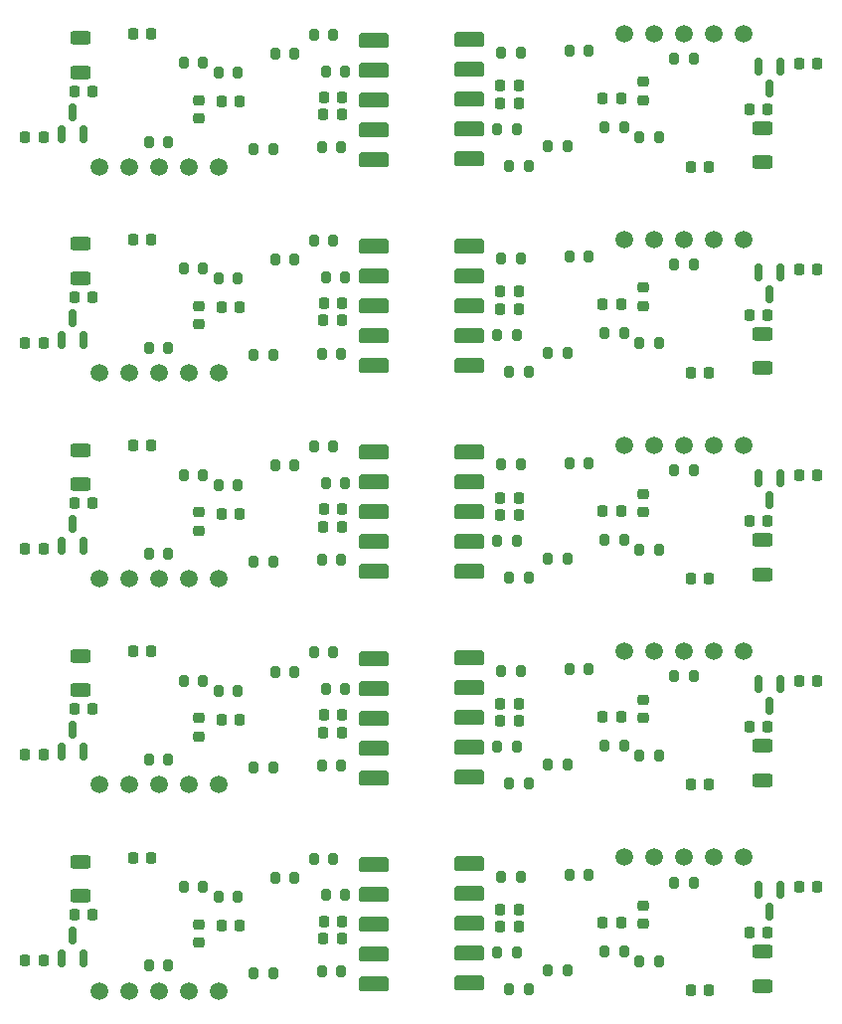
<source format=gbr>
%TF.GenerationSoftware,KiCad,Pcbnew,9.0.3*%
%TF.CreationDate,2025-07-30T17:20:14+02:00*%
%TF.ProjectId,Untitled6,556e7469-746c-4656-9436-2e6b69636164,rev?*%
%TF.SameCoordinates,Original*%
%TF.FileFunction,Paste,Bot*%
%TF.FilePolarity,Positive*%
%FSLAX46Y46*%
G04 Gerber Fmt 4.6, Leading zero omitted, Abs format (unit mm)*
G04 Created by KiCad (PCBNEW 9.0.3) date 2025-07-30 17:20:14*
%MOMM*%
%LPD*%
G01*
G04 APERTURE LIST*
G04 Aperture macros list*
%AMRoundRect*
0 Rectangle with rounded corners*
0 $1 Rounding radius*
0 $2 $3 $4 $5 $6 $7 $8 $9 X,Y pos of 4 corners*
0 Add a 4 corners polygon primitive as box body*
4,1,4,$2,$3,$4,$5,$6,$7,$8,$9,$2,$3,0*
0 Add four circle primitives for the rounded corners*
1,1,$1+$1,$2,$3*
1,1,$1+$1,$4,$5*
1,1,$1+$1,$6,$7*
1,1,$1+$1,$8,$9*
0 Add four rect primitives between the rounded corners*
20,1,$1+$1,$2,$3,$4,$5,0*
20,1,$1+$1,$4,$5,$6,$7,0*
20,1,$1+$1,$6,$7,$8,$9,0*
20,1,$1+$1,$8,$9,$2,$3,0*%
G04 Aperture macros list end*
%ADD10RoundRect,0.190500X-1.079500X-0.444500X1.079500X-0.444500X1.079500X0.444500X-1.079500X0.444500X0*%
%ADD11RoundRect,0.190500X1.079500X0.444500X-1.079500X0.444500X-1.079500X-0.444500X1.079500X-0.444500X0*%
%ADD12RoundRect,0.225000X0.225000X0.250000X-0.225000X0.250000X-0.225000X-0.250000X0.225000X-0.250000X0*%
%ADD13RoundRect,0.250000X0.625000X-0.312500X0.625000X0.312500X-0.625000X0.312500X-0.625000X-0.312500X0*%
%ADD14RoundRect,0.225000X-0.225000X-0.250000X0.225000X-0.250000X0.225000X0.250000X-0.225000X0.250000X0*%
%ADD15RoundRect,0.218750X-0.218750X-0.256250X0.218750X-0.256250X0.218750X0.256250X-0.218750X0.256250X0*%
%ADD16C,1.500000*%
%ADD17RoundRect,0.200000X-0.200000X-0.275000X0.200000X-0.275000X0.200000X0.275000X-0.200000X0.275000X0*%
%ADD18RoundRect,0.200000X0.200000X0.275000X-0.200000X0.275000X-0.200000X-0.275000X0.200000X-0.275000X0*%
%ADD19RoundRect,0.150000X-0.150000X0.587500X-0.150000X-0.587500X0.150000X-0.587500X0.150000X0.587500X0*%
%ADD20RoundRect,0.218750X0.218750X0.256250X-0.218750X0.256250X-0.218750X-0.256250X0.218750X-0.256250X0*%
%ADD21RoundRect,0.250000X-0.625000X0.312500X-0.625000X-0.312500X0.625000X-0.312500X0.625000X0.312500X0*%
%ADD22RoundRect,0.225000X0.250000X-0.225000X0.250000X0.225000X-0.250000X0.225000X-0.250000X-0.225000X0*%
%ADD23RoundRect,0.150000X0.150000X-0.587500X0.150000X0.587500X-0.150000X0.587500X-0.150000X-0.587500X0*%
%ADD24RoundRect,0.225000X-0.250000X0.225000X-0.250000X-0.225000X0.250000X-0.225000X0.250000X0.225000X0*%
G04 APERTURE END LIST*
D10*
%TO.C,J2*%
X152569239Y-64469739D03*
X152569239Y-67009739D03*
X152569239Y-69549739D03*
X152569239Y-72089739D03*
X152569239Y-74629739D03*
%TD*%
D11*
%TO.C,J2*%
X144430761Y-39611261D03*
X144430761Y-37071261D03*
X144430761Y-34531261D03*
X144430761Y-31991261D03*
X144430761Y-29451261D03*
%TD*%
D10*
%TO.C,J2*%
X152569239Y-99549739D03*
X152569239Y-102089739D03*
X152569239Y-104629739D03*
X152569239Y-107169739D03*
X152569239Y-109709739D03*
%TD*%
D11*
%TO.C,J2*%
X144430761Y-109771261D03*
X144430761Y-107231261D03*
X144430761Y-104691261D03*
X144430761Y-102151261D03*
X144430761Y-99611261D03*
%TD*%
%TO.C,J2*%
X144430761Y-57151261D03*
X144430761Y-54611261D03*
X144430761Y-52071261D03*
X144430761Y-49531261D03*
X144430761Y-46991261D03*
%TD*%
%TO.C,J2*%
X144430761Y-74691261D03*
X144430761Y-72151261D03*
X144430761Y-69611261D03*
X144430761Y-67071261D03*
X144430761Y-64531261D03*
%TD*%
%TO.C,J2*%
X144430761Y-92231261D03*
X144430761Y-89691261D03*
X144430761Y-87151261D03*
X144430761Y-84611261D03*
X144430761Y-82071261D03*
%TD*%
D10*
%TO.C,J2*%
X152569239Y-29389739D03*
X152569239Y-31929739D03*
X152569239Y-34469739D03*
X152569239Y-37009739D03*
X152569239Y-39549739D03*
%TD*%
%TO.C,J2*%
X152569239Y-82009739D03*
X152569239Y-84549739D03*
X152569239Y-87089739D03*
X152569239Y-89629739D03*
X152569239Y-92169739D03*
%TD*%
%TO.C,J2*%
X152569239Y-46929739D03*
X152569239Y-49469739D03*
X152569239Y-52009739D03*
X152569239Y-54549739D03*
X152569239Y-57089739D03*
%TD*%
D12*
%TO.C,C10*%
X116335761Y-90251261D03*
X114785761Y-90251261D03*
%TD*%
D13*
%TO.C,F1*%
X177539239Y-74874739D03*
X177539239Y-71949739D03*
%TD*%
D14*
%TO.C,C7*%
X123971522Y-99002022D03*
X125521522Y-99002022D03*
%TD*%
D15*
%TO.C,D2*%
X155234239Y-87359739D03*
X156809239Y-87359739D03*
%TD*%
%TO.C,D2*%
X155234239Y-69819739D03*
X156809239Y-69819739D03*
%TD*%
D16*
%TO.C,J3*%
X165769239Y-81429739D03*
X168309239Y-81429739D03*
X170849239Y-81429739D03*
X173389239Y-81429739D03*
X175929239Y-81429739D03*
%TD*%
D17*
%TO.C,R15*%
X161104239Y-30309739D03*
X162754239Y-30309739D03*
%TD*%
D18*
%TO.C,R13*%
X156964239Y-83089739D03*
X155314239Y-83089739D03*
%TD*%
D17*
%TO.C,R24*%
X128260761Y-48871261D03*
X129910761Y-48871261D03*
%TD*%
D12*
%TO.C,C3*%
X178014239Y-87889739D03*
X176464239Y-87889739D03*
%TD*%
D17*
%TO.C,R7*%
X170054239Y-83579739D03*
X171704239Y-83579739D03*
%TD*%
D18*
%TO.C,R8*%
X157639239Y-57609739D03*
X155989239Y-57609739D03*
%TD*%
D14*
%TO.C,C3*%
X118985761Y-103891261D03*
X120535761Y-103891261D03*
%TD*%
D19*
%TO.C,U4*%
X177229239Y-84229739D03*
X179129239Y-84229739D03*
X178179239Y-86104739D03*
%TD*%
D14*
%TO.C,C8*%
X163973478Y-104528978D03*
X165523478Y-104528978D03*
%TD*%
D17*
%TO.C,R8*%
X139360761Y-46471261D03*
X141010761Y-46471261D03*
%TD*%
D18*
%TO.C,R27*%
X137705761Y-83171261D03*
X136055761Y-83171261D03*
%TD*%
D15*
%TO.C,D1*%
X140183261Y-105891261D03*
X141758261Y-105891261D03*
%TD*%
D18*
%TO.C,R20*%
X132876522Y-102332022D03*
X131226522Y-102332022D03*
%TD*%
D20*
%TO.C,D1*%
X156816739Y-85889739D03*
X155241739Y-85889739D03*
%TD*%
D12*
%TO.C,C3*%
X178014239Y-35269739D03*
X176464239Y-35269739D03*
%TD*%
D17*
%TO.C,R27*%
X159294239Y-91069739D03*
X160944239Y-91069739D03*
%TD*%
D18*
%TO.C,R8*%
X157639239Y-75149739D03*
X155989239Y-75149739D03*
%TD*%
D21*
%TO.C,F1*%
X119460761Y-64286261D03*
X119460761Y-67211261D03*
%TD*%
D17*
%TO.C,R7*%
X170054239Y-101119739D03*
X171704239Y-101119739D03*
%TD*%
D14*
%TO.C,C8*%
X163973478Y-69448978D03*
X165523478Y-69448978D03*
%TD*%
D22*
%TO.C,C11*%
X129570761Y-36066261D03*
X129570761Y-34516261D03*
%TD*%
D14*
%TO.C,C7*%
X123971522Y-28842022D03*
X125521522Y-28842022D03*
%TD*%
D18*
%TO.C,R24*%
X168739239Y-37669739D03*
X167089239Y-37669739D03*
%TD*%
D17*
%TO.C,R8*%
X139360761Y-28931261D03*
X141010761Y-28931261D03*
%TD*%
D21*
%TO.C,F1*%
X119460761Y-81826261D03*
X119460761Y-84751261D03*
%TD*%
D18*
%TO.C,R13*%
X156964239Y-100629739D03*
X155314239Y-100629739D03*
%TD*%
%TO.C,R13*%
X156964239Y-65549739D03*
X155314239Y-65549739D03*
%TD*%
D19*
%TO.C,U4*%
X177229239Y-49149739D03*
X179129239Y-49149739D03*
X178179239Y-51024739D03*
%TD*%
D22*
%TO.C,C11*%
X129570761Y-106226261D03*
X129570761Y-104676261D03*
%TD*%
D18*
%TO.C,R13*%
X156964239Y-30469739D03*
X155314239Y-30469739D03*
%TD*%
D19*
%TO.C,U4*%
X177229239Y-31609739D03*
X179129239Y-31609739D03*
X178179239Y-33484739D03*
%TD*%
D22*
%TO.C,C11*%
X129570761Y-88686261D03*
X129570761Y-87136261D03*
%TD*%
D12*
%TO.C,C8*%
X133026522Y-87252022D03*
X131476522Y-87252022D03*
%TD*%
D17*
%TO.C,R6*%
X140375761Y-84661261D03*
X142025761Y-84661261D03*
%TD*%
D14*
%TO.C,C8*%
X163973478Y-86988978D03*
X165523478Y-86988978D03*
%TD*%
%TO.C,C8*%
X163973478Y-34368978D03*
X165523478Y-34368978D03*
%TD*%
D15*
%TO.C,D1*%
X140183261Y-88351261D03*
X141758261Y-88351261D03*
%TD*%
D12*
%TO.C,C8*%
X133026522Y-52172022D03*
X131476522Y-52172022D03*
%TD*%
D16*
%TO.C,J3*%
X131230761Y-57731261D03*
X128690761Y-57731261D03*
X126150761Y-57731261D03*
X123610761Y-57731261D03*
X121070761Y-57731261D03*
%TD*%
D20*
%TO.C,D1*%
X156816739Y-33269739D03*
X155241739Y-33269739D03*
%TD*%
%TO.C,D1*%
X156816739Y-103429739D03*
X155241739Y-103429739D03*
%TD*%
D13*
%TO.C,F1*%
X177539239Y-57334739D03*
X177539239Y-54409739D03*
%TD*%
D17*
%TO.C,R13*%
X140035761Y-73611261D03*
X141685761Y-73611261D03*
%TD*%
D15*
%TO.C,D2*%
X155234239Y-34739739D03*
X156809239Y-34739739D03*
%TD*%
D16*
%TO.C,J3*%
X131230761Y-110351261D03*
X128690761Y-110351261D03*
X126150761Y-110351261D03*
X123610761Y-110351261D03*
X121070761Y-110351261D03*
%TD*%
D17*
%TO.C,R27*%
X159294239Y-55989739D03*
X160944239Y-55989739D03*
%TD*%
%TO.C,R6*%
X140375761Y-49581261D03*
X142025761Y-49581261D03*
%TD*%
D13*
%TO.C,F1*%
X177539239Y-109954739D03*
X177539239Y-107029739D03*
%TD*%
D20*
%TO.C,D2*%
X141765761Y-69341261D03*
X140190761Y-69341261D03*
%TD*%
D23*
%TO.C,U4*%
X119770761Y-72471261D03*
X117870761Y-72471261D03*
X118820761Y-70596261D03*
%TD*%
D17*
%TO.C,R24*%
X128260761Y-83951261D03*
X129910761Y-83951261D03*
%TD*%
D13*
%TO.C,F1*%
X177539239Y-92414739D03*
X177539239Y-89489739D03*
%TD*%
D12*
%TO.C,C7*%
X173028478Y-75238978D03*
X171478478Y-75238978D03*
%TD*%
D17*
%TO.C,R20*%
X164123478Y-106988978D03*
X165773478Y-106988978D03*
%TD*%
D18*
%TO.C,R7*%
X126945761Y-55581261D03*
X125295761Y-55581261D03*
%TD*%
D17*
%TO.C,R27*%
X159294239Y-73529739D03*
X160944239Y-73529739D03*
%TD*%
%TO.C,R24*%
X128260761Y-101491261D03*
X129910761Y-101491261D03*
%TD*%
D16*
%TO.C,J3*%
X165769239Y-63889739D03*
X168309239Y-63889739D03*
X170849239Y-63889739D03*
X173389239Y-63889739D03*
X175929239Y-63889739D03*
%TD*%
D19*
%TO.C,U4*%
X177229239Y-66689739D03*
X179129239Y-66689739D03*
X178179239Y-68564739D03*
%TD*%
D17*
%TO.C,R15*%
X161104239Y-65389739D03*
X162754239Y-65389739D03*
%TD*%
D12*
%TO.C,C7*%
X173028478Y-110318978D03*
X171478478Y-110318978D03*
%TD*%
D14*
%TO.C,C7*%
X123971522Y-63922022D03*
X125521522Y-63922022D03*
%TD*%
D17*
%TO.C,R6*%
X140375761Y-102201261D03*
X142025761Y-102201261D03*
%TD*%
%TO.C,R6*%
X140375761Y-32041261D03*
X142025761Y-32041261D03*
%TD*%
D14*
%TO.C,C3*%
X118985761Y-51271261D03*
X120535761Y-51271261D03*
%TD*%
D17*
%TO.C,R15*%
X161104239Y-100469739D03*
X162754239Y-100469739D03*
%TD*%
D13*
%TO.C,F1*%
X177539239Y-39794739D03*
X177539239Y-36869739D03*
%TD*%
D17*
%TO.C,R24*%
X128260761Y-66411261D03*
X129910761Y-66411261D03*
%TD*%
D12*
%TO.C,C7*%
X173028478Y-40158978D03*
X171478478Y-40158978D03*
%TD*%
D18*
%TO.C,R8*%
X157639239Y-92689739D03*
X155989239Y-92689739D03*
%TD*%
D14*
%TO.C,C3*%
X118985761Y-33731261D03*
X120535761Y-33731261D03*
%TD*%
D12*
%TO.C,C8*%
X133026522Y-69712022D03*
X131476522Y-69712022D03*
%TD*%
D18*
%TO.C,R15*%
X135895761Y-108851261D03*
X134245761Y-108851261D03*
%TD*%
D14*
%TO.C,C7*%
X123971522Y-81462022D03*
X125521522Y-81462022D03*
%TD*%
D23*
%TO.C,U4*%
X119770761Y-37391261D03*
X117870761Y-37391261D03*
X118820761Y-35516261D03*
%TD*%
D12*
%TO.C,C7*%
X173028478Y-57698978D03*
X171478478Y-57698978D03*
%TD*%
D22*
%TO.C,C11*%
X129570761Y-53606261D03*
X129570761Y-52056261D03*
%TD*%
D12*
%TO.C,C3*%
X178014239Y-105429739D03*
X176464239Y-105429739D03*
%TD*%
D17*
%TO.C,R15*%
X161104239Y-47849739D03*
X162754239Y-47849739D03*
%TD*%
D24*
%TO.C,C11*%
X167429239Y-85554739D03*
X167429239Y-87104739D03*
%TD*%
D17*
%TO.C,R13*%
X140035761Y-108691261D03*
X141685761Y-108691261D03*
%TD*%
D15*
%TO.C,D1*%
X140183261Y-53271261D03*
X141758261Y-53271261D03*
%TD*%
D21*
%TO.C,F1*%
X119460761Y-46746261D03*
X119460761Y-49671261D03*
%TD*%
D20*
%TO.C,D2*%
X141765761Y-51801261D03*
X140190761Y-51801261D03*
%TD*%
%TO.C,D2*%
X141765761Y-34261261D03*
X140190761Y-34261261D03*
%TD*%
D18*
%TO.C,R15*%
X135895761Y-38691261D03*
X134245761Y-38691261D03*
%TD*%
D14*
%TO.C,C3*%
X118985761Y-68811261D03*
X120535761Y-68811261D03*
%TD*%
D17*
%TO.C,R24*%
X128260761Y-31331261D03*
X129910761Y-31331261D03*
%TD*%
%TO.C,R8*%
X139360761Y-64011261D03*
X141010761Y-64011261D03*
%TD*%
D14*
%TO.C,C10*%
X180664239Y-66449739D03*
X182214239Y-66449739D03*
%TD*%
D18*
%TO.C,R27*%
X137705761Y-100711261D03*
X136055761Y-100711261D03*
%TD*%
%TO.C,R15*%
X135895761Y-91311261D03*
X134245761Y-91311261D03*
%TD*%
D24*
%TO.C,C11*%
X167429239Y-68014739D03*
X167429239Y-69564739D03*
%TD*%
D20*
%TO.C,D2*%
X141765761Y-104421261D03*
X140190761Y-104421261D03*
%TD*%
%TO.C,D1*%
X156816739Y-68349739D03*
X155241739Y-68349739D03*
%TD*%
D12*
%TO.C,C10*%
X116335761Y-107791261D03*
X114785761Y-107791261D03*
%TD*%
D18*
%TO.C,R7*%
X126945761Y-90661261D03*
X125295761Y-90661261D03*
%TD*%
D12*
%TO.C,C3*%
X178014239Y-52809739D03*
X176464239Y-52809739D03*
%TD*%
D17*
%TO.C,R27*%
X159294239Y-108609739D03*
X160944239Y-108609739D03*
%TD*%
D12*
%TO.C,C8*%
X133026522Y-34632022D03*
X131476522Y-34632022D03*
%TD*%
D18*
%TO.C,R27*%
X137705761Y-65631261D03*
X136055761Y-65631261D03*
%TD*%
D16*
%TO.C,J3*%
X165769239Y-98969739D03*
X168309239Y-98969739D03*
X170849239Y-98969739D03*
X173389239Y-98969739D03*
X175929239Y-98969739D03*
%TD*%
D21*
%TO.C,F1*%
X119460761Y-29206261D03*
X119460761Y-32131261D03*
%TD*%
D18*
%TO.C,R24*%
X168739239Y-107829739D03*
X167089239Y-107829739D03*
%TD*%
D24*
%TO.C,C11*%
X167429239Y-103094739D03*
X167429239Y-104644739D03*
%TD*%
D18*
%TO.C,R6*%
X156624239Y-89579739D03*
X154974239Y-89579739D03*
%TD*%
%TO.C,R7*%
X126945761Y-73121261D03*
X125295761Y-73121261D03*
%TD*%
D17*
%TO.C,R15*%
X161104239Y-82929739D03*
X162754239Y-82929739D03*
%TD*%
D20*
%TO.C,D2*%
X141765761Y-86881261D03*
X140190761Y-86881261D03*
%TD*%
D14*
%TO.C,C3*%
X118985761Y-86351261D03*
X120535761Y-86351261D03*
%TD*%
D15*
%TO.C,D1*%
X140183261Y-35731261D03*
X141758261Y-35731261D03*
%TD*%
D17*
%TO.C,R13*%
X140035761Y-91151261D03*
X141685761Y-91151261D03*
%TD*%
D12*
%TO.C,C7*%
X173028478Y-92778978D03*
X171478478Y-92778978D03*
%TD*%
D17*
%TO.C,R27*%
X159294239Y-38449739D03*
X160944239Y-38449739D03*
%TD*%
%TO.C,R20*%
X164123478Y-71908978D03*
X165773478Y-71908978D03*
%TD*%
D14*
%TO.C,C10*%
X180664239Y-83989739D03*
X182214239Y-83989739D03*
%TD*%
D15*
%TO.C,D2*%
X155234239Y-104899739D03*
X156809239Y-104899739D03*
%TD*%
D14*
%TO.C,C10*%
X180664239Y-101529739D03*
X182214239Y-101529739D03*
%TD*%
D16*
%TO.C,J3*%
X165769239Y-46349739D03*
X168309239Y-46349739D03*
X170849239Y-46349739D03*
X173389239Y-46349739D03*
X175929239Y-46349739D03*
%TD*%
D18*
%TO.C,R8*%
X157639239Y-40069739D03*
X155989239Y-40069739D03*
%TD*%
D16*
%TO.C,J3*%
X131230761Y-92811261D03*
X128690761Y-92811261D03*
X126150761Y-92811261D03*
X123610761Y-92811261D03*
X121070761Y-92811261D03*
%TD*%
D18*
%TO.C,R6*%
X156624239Y-36959739D03*
X154974239Y-36959739D03*
%TD*%
D22*
%TO.C,C11*%
X129570761Y-71146261D03*
X129570761Y-69596261D03*
%TD*%
D17*
%TO.C,R7*%
X170054239Y-48499739D03*
X171704239Y-48499739D03*
%TD*%
%TO.C,R7*%
X170054239Y-66039739D03*
X171704239Y-66039739D03*
%TD*%
D18*
%TO.C,R13*%
X156964239Y-48009739D03*
X155314239Y-48009739D03*
%TD*%
D23*
%TO.C,U4*%
X119770761Y-54931261D03*
X117870761Y-54931261D03*
X118820761Y-53056261D03*
%TD*%
D12*
%TO.C,C10*%
X116335761Y-55171261D03*
X114785761Y-55171261D03*
%TD*%
D24*
%TO.C,C11*%
X167429239Y-32934739D03*
X167429239Y-34484739D03*
%TD*%
D14*
%TO.C,C7*%
X123971522Y-46382022D03*
X125521522Y-46382022D03*
%TD*%
D18*
%TO.C,R7*%
X126945761Y-38041261D03*
X125295761Y-38041261D03*
%TD*%
D17*
%TO.C,R6*%
X140375761Y-67121261D03*
X142025761Y-67121261D03*
%TD*%
D15*
%TO.C,D1*%
X140183261Y-70811261D03*
X141758261Y-70811261D03*
%TD*%
D14*
%TO.C,C10*%
X180664239Y-48909739D03*
X182214239Y-48909739D03*
%TD*%
D17*
%TO.C,R20*%
X164123478Y-54368978D03*
X165773478Y-54368978D03*
%TD*%
D12*
%TO.C,C8*%
X133026522Y-104792022D03*
X131476522Y-104792022D03*
%TD*%
D18*
%TO.C,R15*%
X135895761Y-73771261D03*
X134245761Y-73771261D03*
%TD*%
D12*
%TO.C,C10*%
X116335761Y-72711261D03*
X114785761Y-72711261D03*
%TD*%
D14*
%TO.C,C8*%
X163973478Y-51908978D03*
X165523478Y-51908978D03*
%TD*%
D17*
%TO.C,R13*%
X140035761Y-38531261D03*
X141685761Y-38531261D03*
%TD*%
D18*
%TO.C,R20*%
X132876522Y-67252022D03*
X131226522Y-67252022D03*
%TD*%
D20*
%TO.C,D1*%
X156816739Y-50809739D03*
X155241739Y-50809739D03*
%TD*%
D17*
%TO.C,R8*%
X139360761Y-81551261D03*
X141010761Y-81551261D03*
%TD*%
D16*
%TO.C,J3*%
X165769239Y-28809739D03*
X168309239Y-28809739D03*
X170849239Y-28809739D03*
X173389239Y-28809739D03*
X175929239Y-28809739D03*
%TD*%
D18*
%TO.C,R8*%
X157639239Y-110229739D03*
X155989239Y-110229739D03*
%TD*%
D15*
%TO.C,D2*%
X155234239Y-52279739D03*
X156809239Y-52279739D03*
%TD*%
D18*
%TO.C,R20*%
X132876522Y-32172022D03*
X131226522Y-32172022D03*
%TD*%
%TO.C,R24*%
X168739239Y-72749739D03*
X167089239Y-72749739D03*
%TD*%
D24*
%TO.C,C11*%
X167429239Y-50474739D03*
X167429239Y-52024739D03*
%TD*%
D12*
%TO.C,C10*%
X116335761Y-37631261D03*
X114785761Y-37631261D03*
%TD*%
D17*
%TO.C,R20*%
X164123478Y-36828978D03*
X165773478Y-36828978D03*
%TD*%
D18*
%TO.C,R20*%
X132876522Y-84792022D03*
X131226522Y-84792022D03*
%TD*%
%TO.C,R7*%
X126945761Y-108201261D03*
X125295761Y-108201261D03*
%TD*%
D17*
%TO.C,R7*%
X170054239Y-30959739D03*
X171704239Y-30959739D03*
%TD*%
D16*
%TO.C,J3*%
X131230761Y-75271261D03*
X128690761Y-75271261D03*
X126150761Y-75271261D03*
X123610761Y-75271261D03*
X121070761Y-75271261D03*
%TD*%
D18*
%TO.C,R27*%
X137705761Y-30551261D03*
X136055761Y-30551261D03*
%TD*%
D16*
%TO.C,J3*%
X131230761Y-40191261D03*
X128690761Y-40191261D03*
X126150761Y-40191261D03*
X123610761Y-40191261D03*
X121070761Y-40191261D03*
%TD*%
D23*
%TO.C,U4*%
X119770761Y-90011261D03*
X117870761Y-90011261D03*
X118820761Y-88136261D03*
%TD*%
D18*
%TO.C,R27*%
X137705761Y-48091261D03*
X136055761Y-48091261D03*
%TD*%
D21*
%TO.C,F1*%
X119460761Y-99366261D03*
X119460761Y-102291261D03*
%TD*%
D23*
%TO.C,U4*%
X119770761Y-107551261D03*
X117870761Y-107551261D03*
X118820761Y-105676261D03*
%TD*%
D19*
%TO.C,U4*%
X177229239Y-101769739D03*
X179129239Y-101769739D03*
X178179239Y-103644739D03*
%TD*%
D17*
%TO.C,R13*%
X140035761Y-56071261D03*
X141685761Y-56071261D03*
%TD*%
D18*
%TO.C,R15*%
X135895761Y-56231261D03*
X134245761Y-56231261D03*
%TD*%
%TO.C,R6*%
X156624239Y-107119739D03*
X154974239Y-107119739D03*
%TD*%
D14*
%TO.C,C10*%
X180664239Y-31369739D03*
X182214239Y-31369739D03*
%TD*%
D18*
%TO.C,R24*%
X168739239Y-55209739D03*
X167089239Y-55209739D03*
%TD*%
%TO.C,R6*%
X156624239Y-54499739D03*
X154974239Y-54499739D03*
%TD*%
%TO.C,R20*%
X132876522Y-49712022D03*
X131226522Y-49712022D03*
%TD*%
D17*
%TO.C,R8*%
X139360761Y-99091261D03*
X141010761Y-99091261D03*
%TD*%
D12*
%TO.C,C3*%
X178014239Y-70349739D03*
X176464239Y-70349739D03*
%TD*%
D18*
%TO.C,R6*%
X156624239Y-72039739D03*
X154974239Y-72039739D03*
%TD*%
D17*
%TO.C,R20*%
X164123478Y-89448978D03*
X165773478Y-89448978D03*
%TD*%
D18*
%TO.C,R24*%
X168739239Y-90289739D03*
X167089239Y-90289739D03*
%TD*%
M02*

</source>
